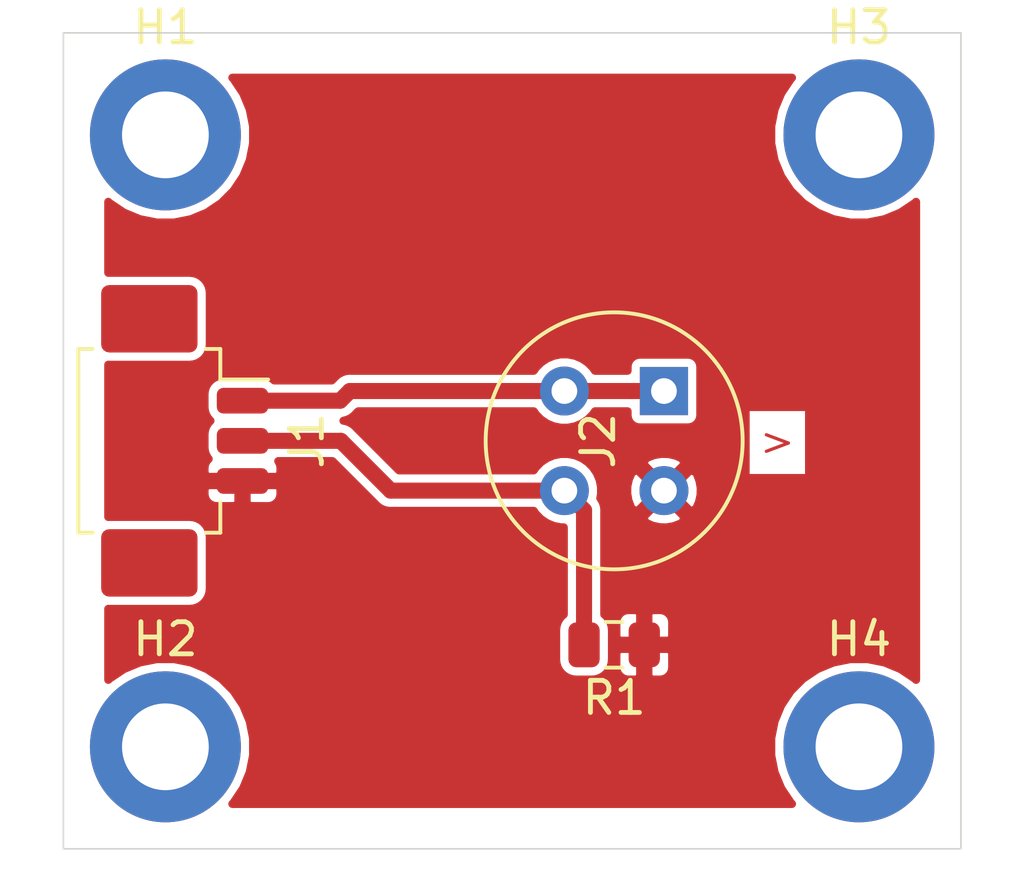
<source format=kicad_pcb>
(kicad_pcb (version 20171130) (host pcbnew 5.1.4)

  (general
    (thickness 1.6)
    (drawings 5)
    (tracks 10)
    (zones 0)
    (modules 7)
    (nets 4)
  )

  (page A4)
  (layers
    (0 F.Cu signal)
    (31 B.Cu jumper)
    (32 B.Adhes user)
    (33 F.Adhes user)
    (34 B.Paste user)
    (35 F.Paste user)
    (36 B.SilkS user)
    (37 F.SilkS user)
    (38 B.Mask user)
    (39 F.Mask user)
    (40 Dwgs.User user)
    (41 Cmts.User user)
    (42 Eco1.User user)
    (43 Eco2.User user)
    (44 Edge.Cuts user)
    (45 Margin user)
    (46 B.CrtYd user)
    (47 F.CrtYd user)
    (48 B.Fab user)
    (49 F.Fab user)
  )

  (setup
    (last_trace_width 0.5)
    (trace_clearance 0.2)
    (zone_clearance 0.254)
    (zone_45_only no)
    (trace_min 0.2)
    (via_size 0.8)
    (via_drill 0.4)
    (via_min_size 0.4)
    (via_min_drill 0.3)
    (uvia_size 0.3)
    (uvia_drill 0.1)
    (uvias_allowed no)
    (uvia_min_size 0.2)
    (uvia_min_drill 0.1)
    (edge_width 0.05)
    (segment_width 0.2)
    (pcb_text_width 0.3)
    (pcb_text_size 1.5 1.5)
    (mod_edge_width 0.12)
    (mod_text_size 1 1)
    (mod_text_width 0.15)
    (pad_size 1.524 1.524)
    (pad_drill 0.762)
    (pad_to_mask_clearance 0.051)
    (solder_mask_min_width 0.25)
    (aux_axis_origin 0 0)
    (visible_elements FFFFFF7F)
    (pcbplotparams
      (layerselection 0x010fc_ffffffff)
      (usegerberextensions false)
      (usegerberattributes false)
      (usegerberadvancedattributes false)
      (creategerberjobfile false)
      (excludeedgelayer true)
      (linewidth 0.100000)
      (plotframeref false)
      (viasonmask false)
      (mode 1)
      (useauxorigin false)
      (hpglpennumber 1)
      (hpglpenspeed 20)
      (hpglpendiameter 15.000000)
      (psnegative false)
      (psa4output false)
      (plotreference true)
      (plotvalue true)
      (plotinvisibletext false)
      (padsonsilk false)
      (subtractmaskfromsilk false)
      (outputformat 1)
      (mirror false)
      (drillshape 1)
      (scaleselection 1)
      (outputdirectory ""))
  )

  (net 0 "")
  (net 1 GND)
  (net 2 /SIGNAL)
  (net 3 +5V)

  (net_class Default "This is the default net class."
    (clearance 0.2)
    (trace_width 0.5)
    (via_dia 0.8)
    (via_drill 0.4)
    (uvia_dia 0.3)
    (uvia_drill 0.1)
    (add_net +5V)
    (add_net /SIGNAL)
    (add_net GND)
  )

  (module MountingHole:MountingHole_2.7mm_M2.5_DIN965_Pad (layer F.Cu) (tedit 56D1B4CB) (tstamp 5D792618)
    (at 125.603 112.903)
    (descr "Mounting Hole 2.7mm, M2.5, DIN965")
    (tags "mounting hole 2.7mm m2.5 din965")
    (path /5D795B68)
    (attr virtual)
    (fp_text reference H4 (at 0 -3.35) (layer F.SilkS)
      (effects (font (size 1 1) (thickness 0.15)))
    )
    (fp_text value MountingHole (at 0 3.35) (layer F.Fab)
      (effects (font (size 1 1) (thickness 0.15)))
    )
    (fp_circle (center 0 0) (end 2.6 0) (layer F.CrtYd) (width 0.05))
    (fp_circle (center 0 0) (end 2.35 0) (layer Cmts.User) (width 0.15))
    (fp_text user %R (at 0.3 0) (layer F.Fab)
      (effects (font (size 1 1) (thickness 0.15)))
    )
    (pad 1 thru_hole circle (at 0 0) (size 4.7 4.7) (drill 2.7) (layers *.Cu *.Mask))
  )

  (module MountingHole:MountingHole_2.7mm_M2.5_DIN965_Pad (layer F.Cu) (tedit 56D1B4CB) (tstamp 5D792610)
    (at 125.603 93.853)
    (descr "Mounting Hole 2.7mm, M2.5, DIN965")
    (tags "mounting hole 2.7mm m2.5 din965")
    (path /5D7959A7)
    (attr virtual)
    (fp_text reference H3 (at 0 -3.35) (layer F.SilkS)
      (effects (font (size 1 1) (thickness 0.15)))
    )
    (fp_text value MountingHole (at 0 3.35) (layer F.Fab)
      (effects (font (size 1 1) (thickness 0.15)))
    )
    (fp_circle (center 0 0) (end 2.6 0) (layer F.CrtYd) (width 0.05))
    (fp_circle (center 0 0) (end 2.35 0) (layer Cmts.User) (width 0.15))
    (fp_text user %R (at 0.3 0) (layer F.Fab)
      (effects (font (size 1 1) (thickness 0.15)))
    )
    (pad 1 thru_hole circle (at 0 0) (size 4.7 4.7) (drill 2.7) (layers *.Cu *.Mask))
  )

  (module MountingHole:MountingHole_2.7mm_M2.5_DIN965_Pad (layer F.Cu) (tedit 56D1B4CB) (tstamp 5D7926CE)
    (at 104.013 112.903)
    (descr "Mounting Hole 2.7mm, M2.5, DIN965")
    (tags "mounting hole 2.7mm m2.5 din965")
    (path /5D795702)
    (attr virtual)
    (fp_text reference H2 (at 0 -3.35) (layer F.SilkS)
      (effects (font (size 1 1) (thickness 0.15)))
    )
    (fp_text value MountingHole (at 0 3.35) (layer F.Fab)
      (effects (font (size 1 1) (thickness 0.15)))
    )
    (fp_circle (center 0 0) (end 2.6 0) (layer F.CrtYd) (width 0.05))
    (fp_circle (center 0 0) (end 2.35 0) (layer Cmts.User) (width 0.15))
    (fp_text user %R (at 0.3 0) (layer F.Fab)
      (effects (font (size 1 1) (thickness 0.15)))
    )
    (pad 1 thru_hole circle (at 0 0) (size 4.7 4.7) (drill 2.7) (layers *.Cu *.Mask))
  )

  (module MountingHole:MountingHole_2.7mm_M2.5_DIN965_Pad (layer F.Cu) (tedit 56D1B4CB) (tstamp 5D792600)
    (at 104.013 93.853)
    (descr "Mounting Hole 2.7mm, M2.5, DIN965")
    (tags "mounting hole 2.7mm m2.5 din965")
    (path /5D794FA4)
    (attr virtual)
    (fp_text reference H1 (at 0 -3.35) (layer F.SilkS)
      (effects (font (size 1 1) (thickness 0.15)))
    )
    (fp_text value MountingHole (at 0 3.35) (layer F.Fab)
      (effects (font (size 1 1) (thickness 0.15)))
    )
    (fp_circle (center 0 0) (end 2.6 0) (layer F.CrtYd) (width 0.05))
    (fp_circle (center 0 0) (end 2.35 0) (layer Cmts.User) (width 0.15))
    (fp_text user %R (at 0.3 0) (layer F.Fab)
      (effects (font (size 1 1) (thickness 0.15)))
    )
    (pad 1 thru_hole circle (at 0 0) (size 4.7 4.7) (drill 2.7) (layers *.Cu *.Mask))
  )

  (module Resistor_SMD:R_0805_2012Metric (layer F.Cu) (tedit 5B36C52B) (tstamp 5D7907FA)
    (at 117.983 109.728 180)
    (descr "Resistor SMD 0805 (2012 Metric), square (rectangular) end terminal, IPC_7351 nominal, (Body size source: https://docs.google.com/spreadsheets/d/1BsfQQcO9C6DZCsRaXUlFlo91Tg2WpOkGARC1WS5S8t0/edit?usp=sharing), generated with kicad-footprint-generator")
    (tags resistor)
    (path /5D78C71F)
    (attr smd)
    (fp_text reference R1 (at 0 -1.65) (layer F.SilkS)
      (effects (font (size 1 1) (thickness 0.15)))
    )
    (fp_text value R (at 0 1.65) (layer F.Fab)
      (effects (font (size 1 1) (thickness 0.15)))
    )
    (fp_text user %R (at 0 0) (layer F.Fab)
      (effects (font (size 0.5 0.5) (thickness 0.08)))
    )
    (fp_line (start 1.68 0.95) (end -1.68 0.95) (layer F.CrtYd) (width 0.05))
    (fp_line (start 1.68 -0.95) (end 1.68 0.95) (layer F.CrtYd) (width 0.05))
    (fp_line (start -1.68 -0.95) (end 1.68 -0.95) (layer F.CrtYd) (width 0.05))
    (fp_line (start -1.68 0.95) (end -1.68 -0.95) (layer F.CrtYd) (width 0.05))
    (fp_line (start -0.258578 0.71) (end 0.258578 0.71) (layer F.SilkS) (width 0.12))
    (fp_line (start -0.258578 -0.71) (end 0.258578 -0.71) (layer F.SilkS) (width 0.12))
    (fp_line (start 1 0.6) (end -1 0.6) (layer F.Fab) (width 0.1))
    (fp_line (start 1 -0.6) (end 1 0.6) (layer F.Fab) (width 0.1))
    (fp_line (start -1 -0.6) (end 1 -0.6) (layer F.Fab) (width 0.1))
    (fp_line (start -1 0.6) (end -1 -0.6) (layer F.Fab) (width 0.1))
    (pad 2 smd roundrect (at 0.9375 0 180) (size 0.975 1.4) (layers F.Cu F.Paste F.Mask) (roundrect_rratio 0.25)
      (net 2 /SIGNAL))
    (pad 1 smd roundrect (at -0.9375 0 180) (size 0.975 1.4) (layers F.Cu F.Paste F.Mask) (roundrect_rratio 0.25)
      (net 1 GND))
    (model ${KISYS3DMOD}/Resistor_SMD.3dshapes/R_0805_2012Metric.wrl
      (at (xyz 0 0 0))
      (scale (xyz 1 1 1))
      (rotate (xyz 0 0 0))
    )
  )

  (module RESPIRECO:MP801 (layer F.Cu) (tedit 5D78B472) (tstamp 5D7907E9)
    (at 117.983 103.378 270)
    (path /5D78D2B7)
    (fp_text reference J2 (at 0 0.5 90) (layer F.SilkS)
      (effects (font (size 1 1) (thickness 0.15)))
    )
    (fp_text value Conn_02x02_Odd_Even (at 0 -0.5 90) (layer F.Fab)
      (effects (font (size 1 1) (thickness 0.15)))
    )
    (fp_circle (center 0 0) (end 4 0) (layer F.SilkS) (width 0.12))
    (fp_circle (center 0 0) (end 4.7 0) (layer F.CrtYd) (width 0.1))
    (pad 4 thru_hole circle (at 1.55 1.55 270) (size 1.524 1.524) (drill 0.8) (layers *.Cu *.Mask)
      (net 2 /SIGNAL))
    (pad 3 thru_hole circle (at -1.55 1.55 270) (size 1.524 1.524) (drill 0.8) (layers *.Cu *.Mask)
      (net 3 +5V))
    (pad 2 thru_hole circle (at 1.55 -1.55 270) (size 1.524 1.524) (drill 0.8) (layers *.Cu *.Mask)
      (net 1 GND))
    (pad 1 thru_hole rect (at -1.55 -1.55 270) (size 1.5 1.5) (drill 0.8) (layers *.Cu *.Mask)
      (net 3 +5V))
  )

  (module Connector_Molex:Molex_PicoBlade_53261-0371_1x03-1MP_P1.25mm_Horizontal (layer F.Cu) (tedit 5B78AD89) (tstamp 5D7907DF)
    (at 104.013 103.378 270)
    (descr "Molex PicoBlade series connector, 53261-0371 (http://www.molex.com/pdm_docs/sd/532610271_sd.pdf), generated with kicad-footprint-generator")
    (tags "connector Molex PicoBlade top entry")
    (path /5D792D59)
    (attr smd)
    (fp_text reference J1 (at 0 -4.4 90) (layer F.SilkS)
      (effects (font (size 1 1) (thickness 0.15)))
    )
    (fp_text value Conn_01x03 (at 0 3.8 90) (layer F.Fab)
      (effects (font (size 1 1) (thickness 0.15)))
    )
    (fp_text user %R (at 0 1.9 90) (layer F.Fab)
      (effects (font (size 1 1) (thickness 0.15)))
    )
    (fp_line (start -1.25 -0.892893) (end -0.75 -1.6) (layer F.Fab) (width 0.1))
    (fp_line (start -1.75 -1.6) (end -1.25 -0.892893) (layer F.Fab) (width 0.1))
    (fp_line (start 5.35 -3.7) (end -5.35 -3.7) (layer F.CrtYd) (width 0.05))
    (fp_line (start 5.35 3.1) (end 5.35 -3.7) (layer F.CrtYd) (width 0.05))
    (fp_line (start -5.35 3.1) (end 5.35 3.1) (layer F.CrtYd) (width 0.05))
    (fp_line (start -5.35 -3.7) (end -5.35 3.1) (layer F.CrtYd) (width 0.05))
    (fp_line (start 4.25 2.2) (end 2.75 2.2) (layer F.Fab) (width 0.1))
    (fp_line (start 4.25 1.6) (end 4.25 2.2) (layer F.Fab) (width 0.1))
    (fp_line (start 4.45 1.4) (end 4.25 1.6) (layer F.Fab) (width 0.1))
    (fp_line (start 4.45 -0.4) (end 4.45 1.4) (layer F.Fab) (width 0.1))
    (fp_line (start 4.25 -0.6) (end 4.45 -0.4) (layer F.Fab) (width 0.1))
    (fp_line (start 2.75 -0.6) (end 4.25 -0.6) (layer F.Fab) (width 0.1))
    (fp_line (start -4.25 2.2) (end -2.75 2.2) (layer F.Fab) (width 0.1))
    (fp_line (start -4.25 1.6) (end -4.25 2.2) (layer F.Fab) (width 0.1))
    (fp_line (start -4.45 1.4) (end -4.25 1.6) (layer F.Fab) (width 0.1))
    (fp_line (start -4.45 -0.4) (end -4.45 1.4) (layer F.Fab) (width 0.1))
    (fp_line (start -4.25 -0.6) (end -4.45 -0.4) (layer F.Fab) (width 0.1))
    (fp_line (start -2.75 -0.6) (end -4.25 -0.6) (layer F.Fab) (width 0.1))
    (fp_line (start 2.75 -1.6) (end 2.75 2.6) (layer F.Fab) (width 0.1))
    (fp_line (start -2.75 -1.6) (end -2.75 2.6) (layer F.Fab) (width 0.1))
    (fp_line (start -2.75 2.6) (end 2.75 2.6) (layer F.Fab) (width 0.1))
    (fp_line (start 2.86 2.71) (end 2.86 2.26) (layer F.SilkS) (width 0.12))
    (fp_line (start -2.86 2.71) (end 2.86 2.71) (layer F.SilkS) (width 0.12))
    (fp_line (start -2.86 2.26) (end -2.86 2.71) (layer F.SilkS) (width 0.12))
    (fp_line (start 2.86 -1.71) (end 1.91 -1.71) (layer F.SilkS) (width 0.12))
    (fp_line (start 2.86 -1.26) (end 2.86 -1.71) (layer F.SilkS) (width 0.12))
    (fp_line (start -1.91 -1.71) (end -1.91 -3.2) (layer F.SilkS) (width 0.12))
    (fp_line (start -2.86 -1.71) (end -1.91 -1.71) (layer F.SilkS) (width 0.12))
    (fp_line (start -2.86 -1.26) (end -2.86 -1.71) (layer F.SilkS) (width 0.12))
    (fp_line (start -2.75 -1.6) (end 2.75 -1.6) (layer F.Fab) (width 0.1))
    (pad MP smd roundrect (at 3.8 0.5 270) (size 2.1 3) (layers F.Cu F.Paste F.Mask) (roundrect_rratio 0.119048))
    (pad MP smd roundrect (at -3.8 0.5 270) (size 2.1 3) (layers F.Cu F.Paste F.Mask) (roundrect_rratio 0.119048))
    (pad 3 smd roundrect (at 1.25 -2.4 270) (size 0.8 1.6) (layers F.Cu F.Paste F.Mask) (roundrect_rratio 0.25)
      (net 1 GND))
    (pad 2 smd roundrect (at 0 -2.4 270) (size 0.8 1.6) (layers F.Cu F.Paste F.Mask) (roundrect_rratio 0.25)
      (net 2 /SIGNAL))
    (pad 1 smd roundrect (at -1.25 -2.4 270) (size 0.8 1.6) (layers F.Cu F.Paste F.Mask) (roundrect_rratio 0.25)
      (net 3 +5V))
    (model ${KISYS3DMOD}/Connector_Molex.3dshapes/Molex_PicoBlade_53261-0371_1x03-1MP_P1.25mm_Horizontal.wrl
      (at (xyz 0 0 0))
      (scale (xyz 1 1 1))
      (rotate (xyz 0 0 0))
    )
  )

  (gr_text > (at 123.063 103.378) (layer F.Cu)
    (effects (font (size 0.9 0.9) (thickness 0.1)))
  )
  (gr_line (start 100.838 116.078) (end 100.838 90.678) (layer Edge.Cuts) (width 0.05) (tstamp 5D790A75))
  (gr_line (start 128.778 116.078) (end 100.838 116.078) (layer Edge.Cuts) (width 0.05))
  (gr_line (start 128.778 90.678) (end 128.778 116.078) (layer Edge.Cuts) (width 0.05))
  (gr_line (start 100.838 90.678) (end 128.778 90.678) (layer Edge.Cuts) (width 0.05))

  (segment (start 109.474 103.378) (end 106.413 103.378) (width 0.5) (layer F.Cu) (net 2))
  (segment (start 116.433 104.928) (end 111.024 104.928) (width 0.5) (layer F.Cu) (net 2))
  (segment (start 111.024 104.928) (end 109.474 103.378) (width 0.5) (layer F.Cu) (net 2))
  (segment (start 117.0455 105.5405) (end 116.433 104.928) (width 0.5) (layer F.Cu) (net 2))
  (segment (start 117.0455 109.728) (end 117.0455 105.5405) (width 0.5) (layer F.Cu) (net 2))
  (segment (start 118.533 101.828) (end 116.433 101.828) (width 0.5) (layer F.Cu) (net 3))
  (segment (start 119.533 101.828) (end 118.533 101.828) (width 0.5) (layer F.Cu) (net 3))
  (segment (start 116.433 101.828) (end 109.754 101.828) (width 0.5) (layer F.Cu) (net 3))
  (segment (start 109.454 102.128) (end 106.413 102.128) (width 0.5) (layer F.Cu) (net 3))
  (segment (start 109.754 101.828) (end 109.454 102.128) (width 0.5) (layer F.Cu) (net 3))

  (zone (net 1) (net_name GND) (layer F.Cu) (tstamp 5D79299B) (hatch edge 0.508)
    (connect_pads (clearance 0.254))
    (min_thickness 0.254)
    (fill yes (arc_segments 32) (thermal_gap 0.254) (thermal_bridge_width 0.508))
    (polygon
      (pts
        (xy 102.108 91.948) (xy 127.508 91.948) (xy 127.508 114.808) (xy 102.108 114.808)
      )
    )
    (filled_polygon
      (pts
        (xy 123.481694 92.112089) (xy 123.182819 92.559386) (xy 122.976951 93.056397) (xy 122.872 93.58402) (xy 122.872 94.12198)
        (xy 122.976951 94.649603) (xy 123.182819 95.146614) (xy 123.481694 95.593911) (xy 123.862089 95.974306) (xy 124.309386 96.273181)
        (xy 124.806397 96.479049) (xy 125.33402 96.584) (xy 125.87198 96.584) (xy 126.399603 96.479049) (xy 126.896614 96.273181)
        (xy 127.343911 95.974306) (xy 127.381 95.937217) (xy 127.381 110.818783) (xy 127.343911 110.781694) (xy 126.896614 110.482819)
        (xy 126.399603 110.276951) (xy 125.87198 110.172) (xy 125.33402 110.172) (xy 124.806397 110.276951) (xy 124.309386 110.482819)
        (xy 123.862089 110.781694) (xy 123.481694 111.162089) (xy 123.182819 111.609386) (xy 122.976951 112.106397) (xy 122.872 112.63402)
        (xy 122.872 113.17198) (xy 122.976951 113.699603) (xy 123.182819 114.196614) (xy 123.481694 114.643911) (xy 123.518783 114.681)
        (xy 106.097217 114.681) (xy 106.134306 114.643911) (xy 106.433181 114.196614) (xy 106.639049 113.699603) (xy 106.744 113.17198)
        (xy 106.744 112.63402) (xy 106.639049 112.106397) (xy 106.433181 111.609386) (xy 106.134306 111.162089) (xy 105.753911 110.781694)
        (xy 105.306614 110.482819) (xy 104.809603 110.276951) (xy 104.28198 110.172) (xy 103.74402 110.172) (xy 103.216397 110.276951)
        (xy 102.719386 110.482819) (xy 102.272089 110.781694) (xy 102.235 110.818783) (xy 102.235 108.608085) (xy 102.263 108.610843)
        (xy 104.763 108.610843) (xy 104.886462 108.598683) (xy 105.005179 108.562671) (xy 105.114589 108.50419) (xy 105.210488 108.425488)
        (xy 105.28919 108.329589) (xy 105.347671 108.220179) (xy 105.383683 108.101462) (xy 105.395843 107.978) (xy 105.395843 106.378)
        (xy 105.383683 106.254538) (xy 105.347671 106.135821) (xy 105.28919 106.026411) (xy 105.210488 105.930512) (xy 105.114589 105.85181)
        (xy 105.005179 105.793329) (xy 104.886462 105.757317) (xy 104.763 105.745157) (xy 102.263 105.745157) (xy 102.235 105.747915)
        (xy 102.235 105.028) (xy 105.230157 105.028) (xy 105.237513 105.102689) (xy 105.259299 105.174508) (xy 105.294678 105.240696)
        (xy 105.342289 105.298711) (xy 105.400304 105.346322) (xy 105.466492 105.381701) (xy 105.538311 105.403487) (xy 105.613 105.410843)
        (xy 106.19075 105.409) (xy 106.286 105.31375) (xy 106.286 104.755) (xy 106.54 104.755) (xy 106.54 105.31375)
        (xy 106.63525 105.409) (xy 107.213 105.410843) (xy 107.287689 105.403487) (xy 107.359508 105.381701) (xy 107.425696 105.346322)
        (xy 107.483711 105.298711) (xy 107.531322 105.240696) (xy 107.566701 105.174508) (xy 107.588487 105.102689) (xy 107.595843 105.028)
        (xy 107.594 104.85025) (xy 107.49875 104.755) (xy 106.54 104.755) (xy 106.286 104.755) (xy 105.32725 104.755)
        (xy 105.232 104.85025) (xy 105.230157 105.028) (xy 102.235 105.028) (xy 102.235 101.928) (xy 105.230157 101.928)
        (xy 105.230157 102.328) (xy 105.241356 102.441707) (xy 105.274523 102.551044) (xy 105.328384 102.65181) (xy 105.400868 102.740132)
        (xy 105.416548 102.753) (xy 105.400868 102.765868) (xy 105.328384 102.85419) (xy 105.274523 102.954956) (xy 105.241356 103.064293)
        (xy 105.230157 103.178) (xy 105.230157 103.578) (xy 105.241356 103.691707) (xy 105.274523 103.801044) (xy 105.328384 103.90181)
        (xy 105.361187 103.94178) (xy 105.342289 103.957289) (xy 105.294678 104.015304) (xy 105.259299 104.081492) (xy 105.237513 104.153311)
        (xy 105.230157 104.228) (xy 105.232 104.40575) (xy 105.32725 104.501) (xy 106.286 104.501) (xy 106.286 104.481)
        (xy 106.54 104.481) (xy 106.54 104.501) (xy 107.49875 104.501) (xy 107.594 104.40575) (xy 107.595843 104.228)
        (xy 107.588487 104.153311) (xy 107.566701 104.081492) (xy 107.531322 104.015304) (xy 107.526149 104.009) (xy 109.212632 104.009)
        (xy 110.555899 105.352268) (xy 110.575657 105.376343) (xy 110.599732 105.396101) (xy 110.599734 105.396103) (xy 110.615449 105.409)
        (xy 110.671739 105.455196) (xy 110.781358 105.513789) (xy 110.900302 105.54987) (xy 110.993002 105.559) (xy 110.993011 105.559)
        (xy 111.023999 105.562052) (xy 111.054987 105.559) (xy 115.479947 105.559) (xy 115.545174 105.65662) (xy 115.70438 105.815826)
        (xy 115.891587 105.940913) (xy 116.099599 106.027075) (xy 116.320424 106.071) (xy 116.414501 106.071) (xy 116.4145 108.782873)
        (xy 116.358682 108.828682) (xy 116.280757 108.923634) (xy 116.222854 109.031963) (xy 116.187197 109.149508) (xy 116.175157 109.27175)
        (xy 116.175157 110.18425) (xy 116.187197 110.306492) (xy 116.222854 110.424037) (xy 116.280757 110.532366) (xy 116.358682 110.627318)
        (xy 116.453634 110.705243) (xy 116.561963 110.763146) (xy 116.679508 110.798803) (xy 116.80175 110.810843) (xy 117.28925 110.810843)
        (xy 117.411492 110.798803) (xy 117.529037 110.763146) (xy 117.637366 110.705243) (xy 117.732318 110.627318) (xy 117.810243 110.532366)
        (xy 117.866027 110.428) (xy 118.050157 110.428) (xy 118.057513 110.502689) (xy 118.079299 110.574508) (xy 118.114678 110.640696)
        (xy 118.162289 110.698711) (xy 118.220304 110.746322) (xy 118.286492 110.781701) (xy 118.358311 110.803487) (xy 118.433 110.810843)
        (xy 118.69825 110.809) (xy 118.7935 110.71375) (xy 118.7935 109.855) (xy 119.0475 109.855) (xy 119.0475 110.71375)
        (xy 119.14275 110.809) (xy 119.408 110.810843) (xy 119.482689 110.803487) (xy 119.554508 110.781701) (xy 119.620696 110.746322)
        (xy 119.678711 110.698711) (xy 119.726322 110.640696) (xy 119.761701 110.574508) (xy 119.783487 110.502689) (xy 119.790843 110.428)
        (xy 119.789 109.95025) (xy 119.69375 109.855) (xy 119.0475 109.855) (xy 118.7935 109.855) (xy 118.14725 109.855)
        (xy 118.052 109.95025) (xy 118.050157 110.428) (xy 117.866027 110.428) (xy 117.868146 110.424037) (xy 117.903803 110.306492)
        (xy 117.915843 110.18425) (xy 117.915843 109.27175) (xy 117.903803 109.149508) (xy 117.868146 109.031963) (xy 117.866028 109.028)
        (xy 118.050157 109.028) (xy 118.052 109.50575) (xy 118.14725 109.601) (xy 118.7935 109.601) (xy 118.7935 108.74225)
        (xy 119.0475 108.74225) (xy 119.0475 109.601) (xy 119.69375 109.601) (xy 119.789 109.50575) (xy 119.790843 109.028)
        (xy 119.783487 108.953311) (xy 119.761701 108.881492) (xy 119.726322 108.815304) (xy 119.678711 108.757289) (xy 119.620696 108.709678)
        (xy 119.554508 108.674299) (xy 119.482689 108.652513) (xy 119.408 108.645157) (xy 119.14275 108.647) (xy 119.0475 108.74225)
        (xy 118.7935 108.74225) (xy 118.69825 108.647) (xy 118.433 108.645157) (xy 118.358311 108.652513) (xy 118.286492 108.674299)
        (xy 118.220304 108.709678) (xy 118.162289 108.757289) (xy 118.114678 108.815304) (xy 118.079299 108.881492) (xy 118.057513 108.953311)
        (xy 118.050157 109.028) (xy 117.866028 109.028) (xy 117.810243 108.923634) (xy 117.732318 108.828682) (xy 117.6765 108.782873)
        (xy 117.6765 105.75715) (xy 118.883455 105.75715) (xy 118.964796 105.926131) (xy 119.170439 106.017803) (xy 119.390016 106.067595)
        (xy 119.615087 106.073593) (xy 119.837004 106.035566) (xy 120.047238 105.954976) (xy 120.101204 105.926131) (xy 120.182545 105.75715)
        (xy 119.533 105.107605) (xy 118.883455 105.75715) (xy 117.6765 105.75715) (xy 117.6765 105.57149) (xy 117.679552 105.5405)
        (xy 117.6765 105.509509) (xy 117.6765 105.509502) (xy 117.66737 105.416802) (xy 117.631289 105.297858) (xy 117.572696 105.188239)
        (xy 117.561427 105.174508) (xy 117.551714 105.162672) (xy 117.576 105.040576) (xy 117.576 105.010087) (xy 118.387407 105.010087)
        (xy 118.425434 105.232004) (xy 118.506024 105.442238) (xy 118.534869 105.496204) (xy 118.70385 105.577545) (xy 119.353395 104.928)
        (xy 119.712605 104.928) (xy 120.36215 105.577545) (xy 120.531131 105.496204) (xy 120.622803 105.290561) (xy 120.672595 105.070984)
        (xy 120.678593 104.845913) (xy 120.640566 104.623996) (xy 120.559976 104.413762) (xy 120.531131 104.359796) (xy 120.36215 104.278455)
        (xy 119.712605 104.928) (xy 119.353395 104.928) (xy 118.70385 104.278455) (xy 118.534869 104.359796) (xy 118.443197 104.565439)
        (xy 118.393405 104.785016) (xy 118.387407 105.010087) (xy 117.576 105.010087) (xy 117.576 104.815424) (xy 117.532075 104.594599)
        (xy 117.445913 104.386587) (xy 117.320826 104.19938) (xy 117.220296 104.09885) (xy 118.883455 104.09885) (xy 119.533 104.748395)
        (xy 120.182545 104.09885) (xy 120.101204 103.929869) (xy 119.895561 103.838197) (xy 119.675984 103.788405) (xy 119.450913 103.782407)
        (xy 119.228996 103.820434) (xy 119.018762 103.901024) (xy 118.964796 103.929869) (xy 118.883455 104.09885) (xy 117.220296 104.09885)
        (xy 117.16162 104.040174) (xy 116.974413 103.915087) (xy 116.766401 103.828925) (xy 116.545576 103.785) (xy 116.320424 103.785)
        (xy 116.099599 103.828925) (xy 115.891587 103.915087) (xy 115.70438 104.040174) (xy 115.545174 104.19938) (xy 115.479947 104.297)
        (xy 111.285369 104.297) (xy 109.942105 102.953737) (xy 109.922343 102.929657) (xy 109.826261 102.850804) (xy 109.716642 102.792211)
        (xy 109.597698 102.75613) (xy 109.555918 102.752015) (xy 109.577698 102.74987) (xy 109.696642 102.713789) (xy 109.806261 102.655196)
        (xy 109.902343 102.576343) (xy 109.922105 102.552263) (xy 110.015368 102.459) (xy 115.479947 102.459) (xy 115.545174 102.55662)
        (xy 115.70438 102.715826) (xy 115.891587 102.840913) (xy 116.099599 102.927075) (xy 116.320424 102.971) (xy 116.545576 102.971)
        (xy 116.766401 102.927075) (xy 116.974413 102.840913) (xy 117.16162 102.715826) (xy 117.320826 102.55662) (xy 117.386053 102.459)
        (xy 118.400157 102.459) (xy 118.400157 102.578) (xy 118.407513 102.652689) (xy 118.429299 102.724508) (xy 118.464678 102.790696)
        (xy 118.512289 102.848711) (xy 118.570304 102.896322) (xy 118.636492 102.931701) (xy 118.708311 102.953487) (xy 118.783 102.960843)
        (xy 120.283 102.960843) (xy 120.357689 102.953487) (xy 120.429508 102.931701) (xy 120.495696 102.896322) (xy 120.553711 102.848711)
        (xy 120.601322 102.790696) (xy 120.636701 102.724508) (xy 120.658487 102.652689) (xy 120.665843 102.578) (xy 120.665843 102.324)
        (xy 122.074857 102.324) (xy 122.074857 104.536) (xy 124.051143 104.536) (xy 124.051143 102.324) (xy 122.074857 102.324)
        (xy 120.665843 102.324) (xy 120.665843 101.078) (xy 120.658487 101.003311) (xy 120.636701 100.931492) (xy 120.601322 100.865304)
        (xy 120.553711 100.807289) (xy 120.495696 100.759678) (xy 120.429508 100.724299) (xy 120.357689 100.702513) (xy 120.283 100.695157)
        (xy 118.783 100.695157) (xy 118.708311 100.702513) (xy 118.636492 100.724299) (xy 118.570304 100.759678) (xy 118.512289 100.807289)
        (xy 118.464678 100.865304) (xy 118.429299 100.931492) (xy 118.407513 101.003311) (xy 118.400157 101.078) (xy 118.400157 101.197)
        (xy 117.386053 101.197) (xy 117.320826 101.09938) (xy 117.16162 100.940174) (xy 116.974413 100.815087) (xy 116.766401 100.728925)
        (xy 116.545576 100.685) (xy 116.320424 100.685) (xy 116.099599 100.728925) (xy 115.891587 100.815087) (xy 115.70438 100.940174)
        (xy 115.545174 101.09938) (xy 115.479947 101.197) (xy 109.784987 101.197) (xy 109.753999 101.193948) (xy 109.723011 101.197)
        (xy 109.723002 101.197) (xy 109.630302 101.20613) (xy 109.511358 101.242211) (xy 109.401739 101.300804) (xy 109.305657 101.379657)
        (xy 109.285895 101.403737) (xy 109.192632 101.497) (xy 107.402141 101.497) (xy 107.33681 101.443384) (xy 107.236044 101.389523)
        (xy 107.126707 101.356356) (xy 107.013 101.345157) (xy 105.813 101.345157) (xy 105.699293 101.356356) (xy 105.589956 101.389523)
        (xy 105.48919 101.443384) (xy 105.400868 101.515868) (xy 105.328384 101.60419) (xy 105.274523 101.704956) (xy 105.241356 101.814293)
        (xy 105.230157 101.928) (xy 102.235 101.928) (xy 102.235 101.008085) (xy 102.263 101.010843) (xy 104.763 101.010843)
        (xy 104.886462 100.998683) (xy 105.005179 100.962671) (xy 105.114589 100.90419) (xy 105.210488 100.825488) (xy 105.28919 100.729589)
        (xy 105.347671 100.620179) (xy 105.383683 100.501462) (xy 105.395843 100.378) (xy 105.395843 98.778) (xy 105.383683 98.654538)
        (xy 105.347671 98.535821) (xy 105.28919 98.426411) (xy 105.210488 98.330512) (xy 105.114589 98.25181) (xy 105.005179 98.193329)
        (xy 104.886462 98.157317) (xy 104.763 98.145157) (xy 102.263 98.145157) (xy 102.235 98.147915) (xy 102.235 95.937217)
        (xy 102.272089 95.974306) (xy 102.719386 96.273181) (xy 103.216397 96.479049) (xy 103.74402 96.584) (xy 104.28198 96.584)
        (xy 104.809603 96.479049) (xy 105.306614 96.273181) (xy 105.753911 95.974306) (xy 106.134306 95.593911) (xy 106.433181 95.146614)
        (xy 106.639049 94.649603) (xy 106.744 94.12198) (xy 106.744 93.58402) (xy 106.639049 93.056397) (xy 106.433181 92.559386)
        (xy 106.134306 92.112089) (xy 106.097217 92.075) (xy 123.518783 92.075)
      )
    )
  )
)

</source>
